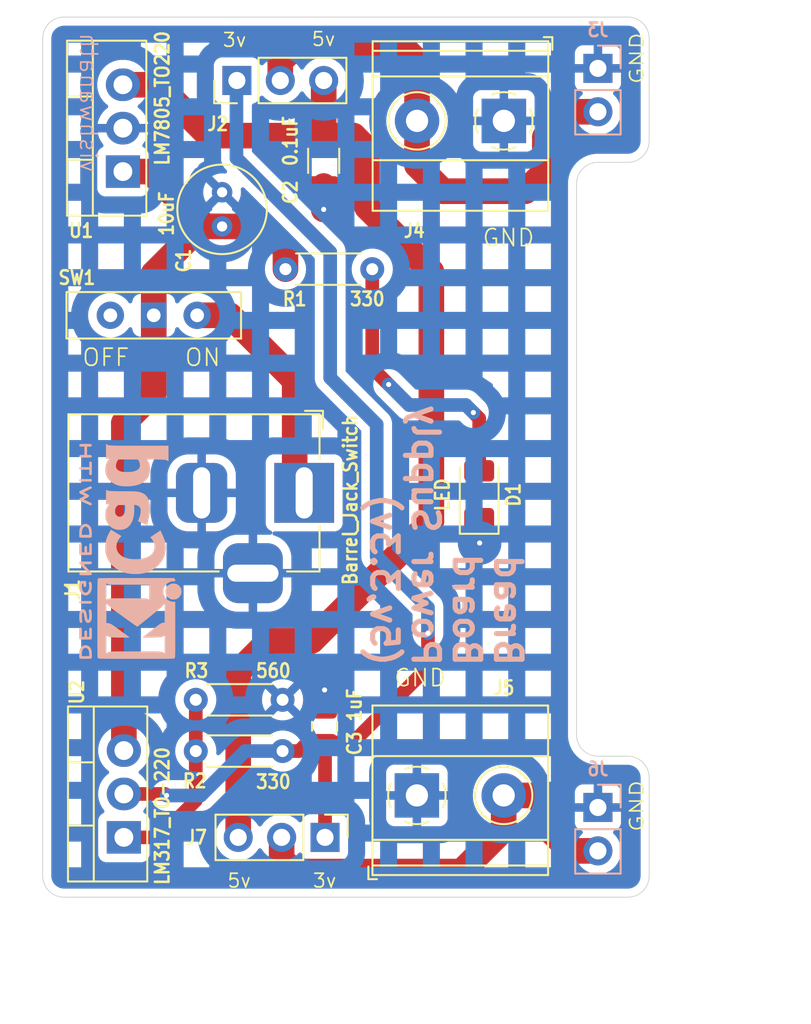
<source format=kicad_pcb>
(kicad_pcb (version 20240108) (generator "pcbnew") (generator_version "8.0")
  (layers (0 "F.Cu" signal) (31 "B.Cu" signal) (34 "B.Paste" user) (35 "F.Paste" user) (36 "B.SilkS" user "B.Silkscreen") (37 "F.SilkS" user "F.Silkscreen") (38 "B.Mask" user) (39 "F.Mask" user) (44 "Edge.Cuts" user))
  (net 0 "")
  (net 1 "/12v")
  (net 2 "GND")
  (net 3 "/5v")
  (net 4 "/3.3v")
  (net 5 "Net-(D1-A)")
  (net 6 "/Power_Input")
  (net 7 "/Power_output")
  (net 8 "Net-(U2-ADJ)")
  (net 10 "/Power_output1")
  (footprint "Connector_PinHeader_2.54mm:PinHeader_1x03_P2.54mm_Vertical" (layer "F.Cu") (at 84.025 145 -90)
    (property "Reference" "J7" (at 0 7.525 0) (layer "F.SilkS") (effects (font (size 0.8 0.7))))
    (property "Value" "Conn_01x03_Pin" (hide yes))
    (pad "1" thru_hole rect (at 0 0 270) (size 1.7 1.7) (drill 1) (layers "*.Cu" "*.Mask") (net 4 "/3.3v"))
    (pad "2" thru_hole oval (at 0 2.54 270) (size 1.7 1.7) (drill 1) (layers "*.Cu" "*.Mask") (net 10 "/Power_output1"))
    (pad "3" thru_hole oval (at 0 5.08 270) (size 1.7 1.7) (drill 1) (layers "*.Cu" "*.Mask") (net 3 "/5v"))
  )
  (footprint "Resistor_THT:R_Axial_DIN0204_L3.6mm_D1.6mm_P5.08mm_Horizontal" (layer "F.Cu") (at 86.79 111.75 180)
    (property "Reference" "R1" (at 4.54 -1.75 0) (layer "F.SilkS") (effects (font (size 0.8 0.7))))
    (property "Value" "330" (at 0.29 -1.75 0) (layer "F.SilkS") (effects (font (size 0.8 0.7))))
    (pad "1" thru_hole circle (at 0 0 180) (size 1.4 1.4) (drill 0.7) (layers "*.Cu" "*.Mask") (net 5 "Net-(D1-A)"))
    (pad "2" thru_hole oval (at 5.08 0 180) (size 1.4 1.4) (drill 0.7) (layers "*.Cu" "*.Mask") (net 1 "/12v"))
  )
  (footprint "Resistor_THT:R_Axial_DIN0204_L3.6mm_D1.6mm_P5.08mm_Horizontal" (layer "F.Cu") (at 81.54 136.95 180)
    (property "Reference" "R3" (at 5.04 1.7 0) (layer "F.SilkS") (effects (font (size 0.8 0.7))))
    (property "Value" "560" (at 0.54 1.7 0) (layer "F.SilkS") (effects (font (size 0.8 0.7))))
    (pad "1" thru_hole circle (at 0 0 180) (size 1.4 1.4) (drill 0.7) (layers "*.Cu" "*.Mask") (net 2 "GND"))
    (pad "2" thru_hole oval (at 5.08 0 180) (size 1.4 1.4) (drill 0.7) (layers "*.Cu" "*.Mask") (net 8 "Net-(U2-ADJ)"))
  )
  (footprint "Connector_PinHeader_2.54mm:PinHeader_1x03_P2.54mm_Vertical" (layer "F.Cu") (at 78.867 100.711 90)
    (property "Reference" "J2" (at -2.539 -1.117 180) (layer "F.SilkS") (effects (font (size 0.8 0.7))))
    (property "Value" "Conn_01x03_Pin" (hide yes))
    (pad "1" thru_hole rect (at 0 0 90) (size 1.7 1.7) (drill 1) (layers "*.Cu" "*.Mask") (net 4 "/3.3v"))
    (pad "2" thru_hole oval (at 0 2.54 90) (size 1.7 1.7) (drill 1) (layers "*.Cu" "*.Mask") (net 7 "/Power_output"))
    (pad "3" thru_hole oval (at 0 5.08 90) (size 1.7 1.7) (drill 1) (layers "*.Cu" "*.Mask") (net 3 "/5v"))
  )
  (footprint "TerminalBlock_Phoenix:TerminalBlock_Phoenix_MKDS-1,5-2-5.08_1x02_P5.08mm_Horizontal" (layer "F.Cu") (at 89.403 142.545)
    (property "Reference" "J5" (at 5.097 -6.295 0) (layer "F.SilkS") (effects (font (size 0.8 0.7))))
    (property "Value" "Screw_Terminal_01x02" (hide yes))
    (pad "1" thru_hole rect (at 0 0) (size 2.6 2.6) (drill 1.3) (layers "*.Cu" "*.Mask") (net 2 "GND"))
    (pad "2" thru_hole circle (at 5.08 0) (size 2.6 2.6) (drill 1.3) (layers "*.Cu" "*.Mask") (net 10 "/Power_output1"))
  )
  (footprint "Capacitor_SMD:C_0805_2012Metric" (layer "F.Cu") (at 84 138.5 -90)
    (property "Reference" "C3" (at 1 -1.75 -90) (layer "F.SilkS") (effects (font (size 0.8 0.7))))
    (property "Value" "1uF" (at -1.25 -1.75 90) (layer "F.SilkS") (effects (font (size 0.8 0.7))))
    (pad "1" smd roundrect (at -0.95 0 270) (size 1 1.45) (layers "F.Cu" "F.Paste" "F.Mask") (net 2 "GND"))
    (pad "2" smd roundrect (at 0.95 0 270) (size 1 1.45) (layers "F.Cu" "F.Paste" "F.Mask") (net 4 "/3.3v"))
  )
  (footprint "Capacitor_SMD:C_1206_3216Metric" (layer "F.Cu") (at 83.947 105.41 90)
    (property "Reference" "C2" (at -1.84 -1.947 90) (layer "F.SilkS") (effects (font (size 0.8 0.7))))
    (property "Value" "0.1uF" (at 1.16 -1.947 90) (layer "F.SilkS") (effects (font (size 0.8 0.7))))
    (pad "1" smd roundrect (at -1.475 0 90) (size 1.15 1.8) (layers "F.Cu" "F.Paste" "F.Mask") (roundrect_rratio 0.217391) (net 2 "GND"))
    (pad "2" smd roundrect (at 1.475 0 90) (size 1.15 1.8) (layers "F.Cu" "F.Paste" "F.Mask") (roundrect_rratio 0.217391) (net 3 "/5v"))
  )
  (footprint "LED_SMD:LED_1206_3216Metric" (layer "F.Cu") (at 93.05 124.95 90)
    (property "Reference" "D1" (at 0 2 -90) (layer "F.SilkS") (effects (font (size 0.8 0.7))))
    (property "Value" "LED" (at 0 -2.15 90) (layer "F.SilkS") (effects (font (size 0.8 0.7))))
    (pad "1" smd roundrect (at -1.4 0 90) (size 1.25 1.75) (layers "F.Cu" "F.Paste" "F.Mask") (roundrect_rratio 0.2) (net 2 "GND"))
    (pad "2" smd roundrect (at 1.4 0 90) (size 1.25 1.75) (layers "F.Cu" "F.Paste" "F.Mask") (roundrect_rratio 0.2) (net 5 "Net-(D1-A)"))
  )
  (footprint "Resistor_THT:R_Axial_DIN0204_L3.6mm_D1.6mm_P5.08mm_Horizontal" (layer "F.Cu") (at 76.46 139.95)
    (property "Reference" "R2" (at -0.06 1.75 0) (layer "F.SilkS") (effects (font (size 0.8 0.7))))
    (property "Value" "330" (at 4.54 1.8 0) (layer "F.SilkS") (effects (font (size 0.8 0.7))))
    (pad "1" thru_hole circle (at 0 0) (size 1.4 1.4) (drill 0.7) (layers "*.Cu" "*.Mask") (net 8 "Net-(U2-ADJ)"))
    (pad "2" thru_hole oval (at 5.08 0) (size 1.4 1.4) (drill 0.7) (layers "*.Cu" "*.Mask") (net 4 "/3.3v"))
  )
  (footprint "Connector_BarrelJack:BarrelJack_Horizontal" (layer "F.Cu") (at 82.804 124.841)
    (property "Reference" "J1" (at -13.554 5.659 90) (layer "F.SilkS") (effects (font (size 0.8 0.7))))
    (property "Value" "Barrel_Jack_Switch" (at 2.696 0.409 -90) (layer "F.SilkS") (effects (font (size 0.8 0.7))))
    (pad "1" thru_hole rect (at 0 0) (size 3.5 3.5) (drill oval 1 3) (layers "*.Cu" "*.Mask") (net 6 "/Power_Input"))
    (pad "2" thru_hole roundrect (at -6 0) (size 3 3.5) (drill oval 1 3) (layers "*.Cu" "*.Mask") (net 2 "GND"))
    (pad "3" thru_hole roundrect (at -3 4.7) (size 3.5 3.5) (drill oval 3 1) (layers "*.Cu" "*.Mask") (net 2 "GND"))
  )
  (footprint "Package_TO_SOT_THT:TO-220-3_Vertical" (layer "F.Cu") (at 72.195 106.04 90)
    (property "Reference" "U1" (at -3.46 -2.445 0) (layer "F.SilkS") (effects (font (size 0.8 0.7))))
    (property "Value" "LM7805_TO220" (at 4.29 2.305 90) (layer "F.SilkS") (effects (font (size 0.8 0.7))))
    (pad "1" thru_hole rect (at 0 0 90) (size 1.905 2) (drill 1.1) (layers "*.Cu" "*.Mask") (net 1 "/12v"))
    (pad "2" thru_hole oval (at 2.54 0 90) (size 1.905 2) (drill 1.1) (layers "*.Cu" "*.Mask") (net 2 "GND"))
    (pad "3" thru_hole oval (at 5.08 0 90) (size 1.905 2) (drill 1.1) (layers "*.Cu" "*.Mask") (net 3 "/5v"))
  )
  (footprint "Capacitor_THT:C_Radial_D5.0mm_H7.0mm_P2.00mm" (layer "F.Cu") (at 78 107.25 -90)
    (property "Reference" "C1" (at 4 2.25 -90) (layer "F.SilkS") (effects (font (size 0.8 0.7))))
    (property "Value" "10uF" (at 1.25 3.25 -90) (layer "F.SilkS") (effects (font (size 0.8 0.7))))
    (pad "1" thru_hole circle (at 0 0 270) (size 1.2 1.2) (drill 0.6) (layers "*.Cu" "*.Mask") (net 2 "GND"))
    (pad "2" thru_hole circle (at 2 0 270) (size 1.2 1.2) (drill 0.6) (layers "*.Cu" "*.Mask") (net 1 "/12v"))
  )
  (footprint "TerminalBlock_Phoenix:TerminalBlock_Phoenix_MKDS-1,5-2-5.08_1x02_P5.08mm_Horizontal" (layer "F.Cu") (at 94.493 103.073 180)
    (property "Reference" "J4" (at 5.243 -6.427 0) (layer "F.SilkS") (effects (font (size 0.8 0.7))))
    (property "Value" "Screw_Terminal_01x02" (hide yes))
    (pad "1" thru_hole rect (at 0 0 180) (size 2.6 2.6) (drill 1.3) (layers "*.Cu" "*.Mask") (net 2 "GND"))
    (pad "2" thru_hole circle (at 5.08 0 180) (size 2.6 2.6) (drill 1.3) (layers "*.Cu" "*.Mask") (net 7 "/Power_output"))
  )
  (footprint "Button_Switch_THT:SW_Slide-03_Wuerth-WS-SLTV_10x2.5x6.4_P2.54mm" (layer "F.Cu") (at 74 114.45 180)
    (property "Reference" "SW1" (at 4.5 2.2 0) (layer "F.SilkS") (effects (font (size 0.8 0.7))))
    (property "Value" "SW_SPDT" (hide yes))
    (pad "1" thru_hole rect (at 0 0 180) (size 1.5 1.5) (drill 0.8) (layers "*.Cu" "*.Mask") (net 1 "/12v"))
    (pad "2" thru_hole circle (at -2.54 0 180) (size 1.6 1.6) (drill 0.8) (layers "*.Cu" "*.Mask") (net 6 "/Power_Input"))
    (pad "3" thru_hole circle (at 2.54 0 180) (size 1.6 1.6) (drill 0.8) (layers "*.Cu" "*.Mask"))
  )
  (footprint "Package_TO_SOT_THT:TO-220-3_Vertical" (layer "F.Cu") (at 72.25 145 90)
    (property "Reference" "U2" (at 8.5 -2.75 -90) (layer "F.SilkS") (effects (font (size 0.8 0.7))))
    (property "Value" "LM317_TO-220" (at 1.25 2.25 90) (layer "F.SilkS") (effects (font (size 0.8 0.7))))
    (pad "1" thru_hole rect (at 0 0 90) (size 1.905 2) (drill 1.1) (layers "*.Cu" "*.Mask") (net 8 "Net-(U2-ADJ)"))
    (pad "2" thru_hole oval (at 2.54 0 90) (size 1.905 2) (drill 1.1) (layers "*.Cu" "*.Mask") (net 4 "/3.3v"))
    (pad "3" thru_hole oval (at 5.08 0 90) (size 1.905 2) (drill 1.1) (layers "*.Cu" "*.Mask") (net 1 "/12v"))
  )
  (footprint "Connector_PinHeader_2.54mm:PinHeader_1x02_P2.54mm_Vertical" (layer "B.Cu") (at 100 143.25 180)
    (property "Reference" "J6" (at 0 2.25 360) (layer "B.SilkS") (effects (font (size 0.8 0.7)) (justify mirror)))
    (property "Value" "Conn_01x02_Pin" (hide yes))
    (pad "1" thru_hole rect (at 0 0 180) (size 1.7 1.7) (drill 1) (layers "*.Cu" "*.Mask") (net 2 "GND"))
    (pad "2" thru_hole oval (at 0 -2.54 180) (size 1.7 1.7) (drill 1) (layers "*.Cu" "*.Mask") (net 10 "/Power_output1"))
  )
  (footprint "Symbol:KiCad-Logo2_5mm_SilkScreen" (layer "B.Cu") (at 72.644 128.27 90)
    (property "Reference" "REF**" (hide yes))
    (property "Value" "KiCad-Logo2_5mm_SilkScreen" (hide yes))
  )
  (footprint "Connector_PinHeader_2.54mm:PinHeader_1x02_P2.54mm_Vertical" (layer "B.Cu") (at 100 100 180)
    (property "Reference" "J3" (at 0 2.25 360) (layer "B.SilkS") (effects (font (size 0.8 0.7)) (justify mirror)))
    (property "Value" "Conn_01x02_Pin" (hide yes))
    (pad "1" thru_hole rect (at 0 0 180) (size 1.7 1.7) (drill 1) (layers "*.Cu" "*.Mask") (net 2 "GND"))
    (pad "2" thru_hole oval (at 0 -2.54 180) (size 1.7 1.7) (drill 1) (layers "*.Cu" "*.Mask") (net 7 "/Power_output"))
  )
  (gr_arc (start 101.75 97) (mid 102.633883 97.366117) (end 103 98.25) (stroke (width 0.05)) (layer "Edge.Cuts"))
  (gr_line (start 103 141.5) (end 103 147.25) (stroke (width 0.05)) (layer "Edge.Cuts"))
  (gr_arc (start 98.75 106.75) (mid 99.116117 105.866117) (end 100 105.5) (stroke (width 0.05)) (layer "Edge.Cuts"))
  (gr_arc (start 68.75 148.5) (mid 67.866117 148.133883) (end 67.5 147.25) (stroke (width 0.05)) (layer "Edge.Cuts"))
  (gr_line (start 103 98.25) (end 103 104.25) (stroke (width 0.05)) (layer "Edge.Cuts"))
  (gr_line (start 100 140.25) (end 101.75 140.25) (stroke (width 0.05)) (layer "Edge.Cuts"))
  (gr_arc (start 103 104.25) (mid 102.633883 105.133883) (end 101.75 105.5) (stroke (width 0.05)) (layer "Edge.Cuts"))
  (gr_line (start 101.75 148.5) (end 68.75 148.5) (stroke (width 0.05)) (layer "Edge.Cuts"))
  (gr_line (start 67.5 147.25) (end 67.5 98.25) (stroke (width 0.05)) (layer "Edge.Cuts"))
  (gr_line (start 101.75 105.5) (end 100 105.5) (stroke (width 0.05)) (layer "Edge.Cuts"))
  (gr_arc (start 67.5 98.25) (mid 67.866117 97.366117) (end 68.75 97) (stroke (width 0.05)) (layer "Edge.Cuts"))
  (gr_arc (start 103 147.25) (mid 102.633883 148.133883) (end 101.75 148.5) (stroke (width 0.05)) (layer "Edge.Cuts"))
  (gr_arc (start 101.75 140.25) (mid 102.633883 140.616117) (end 103 141.5) (stroke (width 0.05)) (layer "Edge.Cuts"))
  (gr_line (start 68.75 97) (end 101.75 97) (stroke (width 0.05)) (layer "Edge.Cuts"))
  (gr_arc (start 100 140.25) (mid 99.116117 139.883883) (end 98.75 139) (stroke (width 0.05)) (layer "Edge.Cuts"))
  (gr_line (start 98.75 106.75) (end 98.75 139) (stroke (width 0.05)) (layer "Edge.Cuts"))
  (gr_text "Bread\nBoard\nPower Supply\n(5v,3.3v)" (at 86.614 135.128 270) (layer "B.SilkS") (effects (font (size 1.5 1.5) (thickness 0.3) (bold yes)) (justify left bottom mirror)))
  (gr_text "vishwanath" (at 69.596 106.172 -90) (layer "B.SilkS") (effects (font (size 1 1) (thickness 0.1)) (justify left bottom mirror)))
  (gr_text "5v" (at 78.25 148 0) (layer "F.SilkS") (effects (font (size 0.8 0.8) (thickness 0.1)) (justify left bottom)))
  (gr_text "GND\n" (at 88 136.25 0) (layer "F.SilkS") (effects (font (size 1 1) (thickness 0.1)) (justify left bottom)))
  (gr_text "GND\n" (at 102.75 101 90) (layer "F.SilkS") (effects (font (size 0.8 1) (thickness 0.1)) (justify left bottom)))
  (gr_text "3v" (at 83.25 148 0) (layer "F.SilkS") (effects (font (size 0.8 0.8) (thickness 0.1)) (justify left bottom)))
  (gr_text "3v" (at 77.978 98.806 0) (layer "F.SilkS") (effects (font (size 0.8 0.8) (thickness 0.1)) (justify left bottom)))
  (gr_text "OFF\n" (at 69.75 117.5 0) (layer "F.SilkS") (effects (font (size 1 1) (thickness 0.1)) (justify left bottom)))
  (gr_text "GND\n" (at 102.75 144.75 90) (layer "F.SilkS") (effects (font (size 0.8 1) (thickness 0.1)) (justify left bottom)))
  (gr_text "ON" (at 75.75 117.5 0) (layer "F.SilkS") (effects (font (size 1 1) (thickness 0.1)) (justify left bottom)))
  (gr_text "GND\n" (at 93.175 110.5 0) (layer "F.SilkS") (effects (font (size 1 1) (thickness 0.1)) (justify left bottom)))
  (gr_text "5v" (at 83.185 98.7552 0) (layer "F.SilkS") (effects (font (size 0.8 0.8) (thickness 0.1)) (justify left bottom)))
  (segment (start 72.195 106.04) (end 73.79 106.04) (width 1.5) (layer "F.Cu") (net 1))
  (segment (start 74 119) (end 74 114.45) (width 1.5) (layer "F.Cu") (net 1))
  (segment (start 81.71 110.56) (end 81.71 111.75) (width 1.5) (layer "F.Cu") (net 1))
  (segment (start 74 114.45) (end 74 112) (width 1.5) (layer "F.Cu") (net 1))
  (segment (start 72.25 139.92) (end 72.25 120.75) (width 1.5) (layer "F.Cu") (net 1))
  (segment (start 74 112) (end 76.75 109.25) (width 1.5) (layer "F.Cu") (net 1))
  (segment (start 76.75 109.25) (end 78 109.25) (width 1.5) (layer "F.Cu") (net 1))
  (segment (start 77 109.25) (end 78 109.25) (width 1.5) (layer "F.Cu") (net 1))
  (segment (start 78 109.25) (end 80.4 109.25) (width 1.5) (layer "F.Cu") (net 1))
  (segment (start 80.4 109.25) (end 81.71 110.56) (width 1.5) (layer "F.Cu") (net 1))
  (segment (start 72.25 120.75) (end 74 119) (width 1.5) (layer "F.Cu") (net 1))
  (segment (start 73.79 106.04) (end 77 109.25) (width 1.5) (layer "F.Cu") (net 1))
  (segment (start 93.05 127.75) (end 93.075 127.775) (width 0.8) (layer "F.Cu") (net 2))
  (segment (start 84 137.3) (end 84 137.55) (width 0.8) (layer "F.Cu") (net 2))
  (segment (start 93.05 126.35) (end 93.05 127.75) (width 0.8) (layer "F.Cu") (net 2))
  (segment (start 83.947 106.885) (end 83.947 108.2548) (width 1.5) (layer "F.Cu") (net 2))
  (segment (start 84 136.375) (end 84 137.55) (width 0.8) (layer "F.Cu") (net 2))
  (via (at 84 136.375) (size 0.6) (drill 0.3) (layers "F.Cu" "B.Cu") (net 2))
  (via (at 93.075 127.775) (size 0.6) (drill 0.3) (layers "F.Cu" "B.Cu") (net 2))
  (via (at 83.947 108.2548) (size 0.5) (drill 0.3) (layers "F.Cu" "B.Cu") (net 2))
  (segment (start 83.947 100.711) (end 83.947 103.935) (width 1.5) (layer "F.Cu") (net 3))
  (segment (start 86.487 108.1278) (end 90.25 111.8908) (width 1.5) (layer "F.Cu") (net 3))
  (segment (start 77.216 103.9368) (end 83.9452 103.9368) (width 1.5) (layer "F.Cu") (net 3))
  (segment (start 90.25 126.5) (end 83.25 133.5) (width 1.5) (layer "F.Cu") (net 3))
  (segment (start 90.25 111.8908) (end 90.25 126.5) (width 1.5) (layer "F.Cu") (net 3))
  (segment (start 83.947 103.935) (end 85.6978 103.935) (width 1.5) (layer "F.Cu") (net 3))
  (segment (start 80.75 133.5) (end 78.945 135.305) (width 1.5) (layer "F.Cu") (net 3))
  (segment (start 83.9452 103.9368) (end 83.947 103.935) (width 1.5) (layer "F.Cu") (net 3))
  (segment (start 74.2392 100.96) (end 77.216 103.9368) (width 1.5) (layer "F.Cu") (net 3))
  (segment (start 85.6978 103.935) (end 86.487 104.7242) (width 1.5) (layer "F.Cu") (net 3))
  (segment (start 72.195 100.96) (end 74.2392 100.96) (width 1.5) (layer "F.Cu") (net 3))
  (segment (start 78.945 135.305) (end 78.945 145) (width 1.5) (layer "F.Cu") (net 3))
  (segment (start 83.25 133.5) (end 80.75 133.5) (width 1.5) (layer "F.Cu") (net 3))
  (segment (start 86.487 104.7242) (end 86.487 108.1278) (width 1.5) (layer "F.Cu") (net 3))
  (segment (start 84 139.45) (end 85.65 139.45) (width 0.8) (layer "F.Cu") (net 4))
  (segment (start 82.5032 139.95) (end 83.0032 139.45) (width 0.8) (layer "F.Cu") (net 4))
  (segment (start 90.05 135.05) (end 90.05 133.05) (width 0.8) (layer "F.Cu") (net 4))
  (segment (start 84.025 145) (end 84.025 139.475) (width 0.8) (layer "F.Cu") (net 4))
  (segment (start 85.65 139.45) (end 90.05 135.05) (width 0.8) (layer "F.Cu") (net 4))
  (segment (start 81.54 139.95) (end 82.5032 139.95) (width 0.8) (layer "F.Cu") (net 4))
  (segment (start 74.66 142.46) (end 74.75 142.55) (width 0.8) (layer "F.Cu") (net 4))
  (segment (start 83.0032 139.45) (end 84 139.45) (width 0.8) (layer "F.Cu") (net 4))
  (segment (start 72.25 142.46) (end 74.66 142.46) (width 0.8) (layer "F.Cu") (net 4))
  (segment (start 84.025 139.475) (end 84 139.45) (width 0.8) (layer "F.Cu") (net 4))
  (via (at 90.05 133.05) (size 0.6) (drill 0.3) (layers "F.Cu" "B.Cu") (net 4))
  (via (at 74.75 142.55) (size 0.6) (drill 0.3) (layers "F.Cu" "B.Cu") (net 4))
  (segment (start 78.8416 105.2576) (end 78.8416 100.7364) (width 0.8) (layer "B.Cu") (net 4))
  (segment (start 74.75 142.55) (end 76.75 142.55) (width 0.8) (layer "B.Cu") (net 4))
  (segment (start 90.05 131.55) (end 87.05 128.55) (width 0.8) (layer "B.Cu") (net 4))
  (segment (start 87.05 120.832) (end 84.328 118.11) (width 0.8) (layer "B.Cu") (net 4))
  (segment (start 90.05 133.05) (end 90.05 131.55) (width 0.8) (layer "B.Cu") (net 4))
  (segment (start 76.75 142.55) (end 79.35 139.95) (width 0.8) (layer "B.Cu") (net 4))
  (segment (start 78.8416 100.7364) (end 78.867 100.711) (width 0.8) (layer "B.Cu") (net 4))
  (segment (start 87.05 128.55) (end 87.05 120.832) (width 0.8) (layer "B.Cu") (net 4))
  (segment (start 84.328 118.11) (end 84.328 110.744) (width 0.8) (layer "B.Cu") (net 4))
  (segment (start 79.35 139.95) (end 81.54 139.95) (width 0.8) (layer "B.Cu") (net 4))
  (segment (start 84.328 110.744) (end 78.8416 105.2576) (width 0.8) (layer "B.Cu") (net 4))
  (segment (start 86.79 111.75) (end 86.79 117.54) (width 0.8) (layer "F.Cu") (net 5))
  (segment (start 86.79 117.54) (end 87.75 118.5) (width 0.8) (layer "F.Cu") (net 5))
  (segment (start 92.71 120.142) (end 93.05 120.482) (width 0.8) (layer "F.Cu") (net 5))
  (segment (start 93.05 120.482) (end 93.05 123.55) (width 0.8) (layer "F.Cu") (net 5))
  (via (at 92.71 120.142) (size 0.6) (drill 0.3) (layers "F.Cu" "B.Cu") (net 5))
  (via (at 87.75 118.5) (size 0.6) (drill 0.3) (layers "F.Cu" "B.Cu") (net 5))
  (segment (start 88.95 119.7) (end 87.75 118.5) (width 0.8) (layer "B.Cu") (net 5))
  (segment (start 92.268 119.7) (end 88.95 119.7) (width 0.8) (layer "B.Cu") (net 5))
  (segment (start 92.71 120.142) (end 92.268 119.7) (width 0.8) (layer "B.Cu") (net 5))
  (segment (start 82.25 118.25) (end 78.45 114.45) (width 1.5) (layer "F.Cu") (net 6))
  (segment (start 82.25 124.287) (end 82.25 118.25) (width 1.5) (layer "F.Cu") (net 6))
  (segment (start 82.804 124.841) (end 82.25 124.287) (width 1.5) (layer "F.Cu") (net 6))
  (segment (start 78.45 114.45) (end 76.54 114.45) (width 1.5) (layer "F.Cu") (net 6))
  (segment (start 89.413 105.669) (end 90.932 107.188) (width 1.5) (layer "F.Cu") (net 7))
  (segment (start 89.413 103.383) (end 89.413 103.073) (width 1.5) (layer "F.Cu") (net 7))
  (segment (start 95.758 107.188) (end 96.892941 106.053059) (width 1.5) (layer "F.Cu") (net 7))
  (segment (start 89.413 99.573) (end 88.44 98.6) (width 1.5) (layer "F.Cu") (net 7))
  (segment (start 96.892941 106.053059) (end 96.892941 104.021059) (width 1.5) (layer "F.Cu") (net 7))
  (segment (start 96.892941 104.021059) (end 98.374 102.54) (width 1.5) (layer "F.Cu") (net 7))
  (segment (start 92.71 107.188) (end 94.545212 107.188) (width 1.5) (layer "F.Cu") (net 7))
  (segment (start 98.374 102.54) (end 100 102.54) (width 1.5) (layer "F.Cu") (net 7))
  (segment (start 81.407 99.5934) (end 81.407 100.711) (width 1.5) (layer "F.Cu") (net 7))
  (segment (start 94.545212 107.188) (end 95.758 107.188) (width 1.5) (layer "F.Cu") (net 7))
  (segment (start 88.44 98.6) (end 82.4004 98.6) (width 1.5) (layer "F.Cu") (net 7))
  (segment (start 89.413 103.073) (end 89.413 99.573) (width 1.5) (layer "F.Cu") (net 7))
  (segment (start 90.932 107.188) (end 92.71 107.188) (width 1.5) (layer "F.Cu") (net 7))
  (segment (start 82.4004 98.6) (end 81.407 99.5934) (width 1.5) (layer "F.Cu") (net 7))
  (segment (start 89.413 103.073) (end 89.413 105.669) (width 1.5) (layer "F.Cu") (net 7))
  (segment (start 76.46 136.95) (end 76.46 139.95) (width 0.8) (layer "F.Cu") (net 8))
  (segment (start 72.25 145) (end 74.3 145) (width 0.8) (layer "F.Cu") (net 8))
  (segment (start 76.46 142.84) (end 76.46 139.95) (width 0.8) (layer "F.Cu") (net 8))
  (segment (start 74.3 145) (end 76.46 142.84) (width 0.8) (layer "F.Cu") (net 8))
  (segment (start 94.483 144.531) (end 92.014 147) (width 1.5) (layer "F.Cu") (net 10))
  (segment (start 81.485 146.285) (end 81.485 145) (width 1.5) (layer "F.Cu") (net 10))
  (segment (start 97.3836 143.6624) (end 97.3836 144.78) (width 1.5) (layer "F.Cu") (net 10))
  (segment (start 82.2 147) (end 81.485 146.285) (width 1.5) (layer "F.Cu") (net 10))
  (segment (start 98.3936 145.79) (end 99.75 145.79) (width 1.5) (layer "F.Cu") (net 10))
  (segment (start 94.483 142.545) (end 96.2662 142.545) (width 1.5) (layer "F.Cu") (net 10))
  (segment (start 96.2662 142.545) (end 97.3836 143.6624) (width 1.5) (layer "F.Cu") (net 10))
  (segment (start 92.014 147) (end 82.2 147) (width 1.5) (layer "F.Cu") (net 10))
  (segment (start 94.483 142.545) (end 94.483 144.531) (width 1.5) (layer "F.Cu") (net 10))
  (segment (start 97.3836 144.78) (end 98.3936 145.79) (width 1.5) (layer "F.Cu") (net 10))
  (zone (net 2) (net_name "GND") (layer "B.Cu") (connect_pads (clearance 0.5)) (min_thickness 0.25) (fill yes (mode hatch) (thermal_gap 0.5) (thermal_bridge_width 0.5) (hatch_thickness 1) (hatch_gap 1.5) (hatch_orientation 0) (hatch_border_algorithm hatch_thickness) (hatch_min_hole_area 0.3))
    (polygon (pts (xy 70 96) (xy 65 99) (xy 65 146) (xy 70 151) (xy 101 151) (xy 105 147) (xy 105 99) (xy 102 96)))
  )
)
</source>
